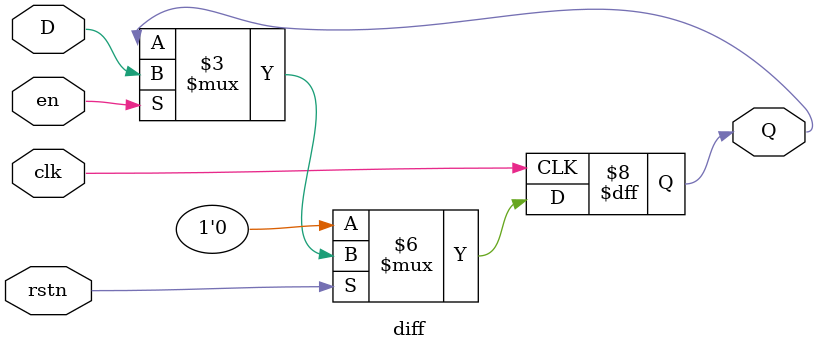
<source format=v>
`timescale 1ns / 1ps


module diff(output reg Q, input D, input en, input clk, input rstn );

// µ¿±â reset ÀÌ¶ó °¡Á¤
always @( posedge clk )
    if (!rstn)
        Q <= 0;
    else if (en)
        Q <= D;

endmodule

</source>
